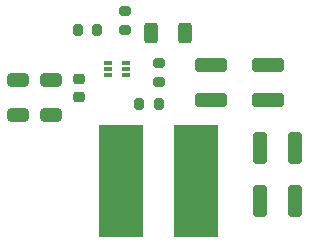
<source format=gbr>
%TF.GenerationSoftware,KiCad,Pcbnew,(6.0.5)*%
%TF.CreationDate,2022-09-22T23:13:11-05:00*%
%TF.ProjectId,powerPCB,706f7765-7250-4434-922e-6b696361645f,rev?*%
%TF.SameCoordinates,Original*%
%TF.FileFunction,Paste,Top*%
%TF.FilePolarity,Positive*%
%FSLAX46Y46*%
G04 Gerber Fmt 4.6, Leading zero omitted, Abs format (unit mm)*
G04 Created by KiCad (PCBNEW (6.0.5)) date 2022-09-22 23:13:11*
%MOMM*%
%LPD*%
G01*
G04 APERTURE LIST*
G04 Aperture macros list*
%AMRoundRect*
0 Rectangle with rounded corners*
0 $1 Rounding radius*
0 $2 $3 $4 $5 $6 $7 $8 $9 X,Y pos of 4 corners*
0 Add a 4 corners polygon primitive as box body*
4,1,4,$2,$3,$4,$5,$6,$7,$8,$9,$2,$3,0*
0 Add four circle primitives for the rounded corners*
1,1,$1+$1,$2,$3*
1,1,$1+$1,$4,$5*
1,1,$1+$1,$6,$7*
1,1,$1+$1,$8,$9*
0 Add four rect primitives between the rounded corners*
20,1,$1+$1,$2,$3,$4,$5,0*
20,1,$1+$1,$4,$5,$6,$7,0*
20,1,$1+$1,$6,$7,$8,$9,0*
20,1,$1+$1,$8,$9,$2,$3,0*%
G04 Aperture macros list end*
%ADD10RoundRect,0.200000X-0.200000X-0.275000X0.200000X-0.275000X0.200000X0.275000X-0.200000X0.275000X0*%
%ADD11RoundRect,0.250000X1.100000X-0.325000X1.100000X0.325000X-1.100000X0.325000X-1.100000X-0.325000X0*%
%ADD12RoundRect,0.200000X-0.275000X0.200000X-0.275000X-0.200000X0.275000X-0.200000X0.275000X0.200000X0*%
%ADD13RoundRect,0.200000X0.275000X-0.200000X0.275000X0.200000X-0.275000X0.200000X-0.275000X-0.200000X0*%
%ADD14RoundRect,0.250000X-0.650000X0.325000X-0.650000X-0.325000X0.650000X-0.325000X0.650000X0.325000X0*%
%ADD15RoundRect,0.225000X-0.250000X0.225000X-0.250000X-0.225000X0.250000X-0.225000X0.250000X0.225000X0*%
%ADD16R,3.750000X9.500000*%
%ADD17R,0.700000X0.340000*%
%ADD18RoundRect,0.250000X-0.325000X-1.100000X0.325000X-1.100000X0.325000X1.100000X-0.325000X1.100000X0*%
%ADD19RoundRect,0.250000X-0.312500X-0.625000X0.312500X-0.625000X0.312500X0.625000X-0.312500X0.625000X0*%
G04 APERTURE END LIST*
D10*
%TO.C,R1*%
X135975000Y-73000000D03*
X137625000Y-73000000D03*
%TD*%
D11*
%TO.C,C5*%
X152030000Y-78915000D03*
X152030000Y-75965000D03*
%TD*%
D12*
%TO.C,R3*%
X140000000Y-71375000D03*
X140000000Y-73025000D03*
%TD*%
D13*
%TO.C,R2*%
X142800000Y-77425000D03*
X142800000Y-75775000D03*
%TD*%
D14*
%TO.C,C2*%
X133700000Y-77225000D03*
X133700000Y-80175000D03*
%TD*%
D11*
%TO.C,C4*%
X147240000Y-78915000D03*
X147240000Y-75965000D03*
%TD*%
D15*
%TO.C,C3*%
X136100000Y-77125000D03*
X136100000Y-78675000D03*
%TD*%
D16*
%TO.C,L1*%
X139620000Y-85800000D03*
X145980000Y-85800000D03*
%TD*%
D14*
%TO.C,C1*%
X130900000Y-77225000D03*
X130900000Y-80175000D03*
%TD*%
D17*
%TO.C,U1*%
X138550000Y-75800000D03*
X138550000Y-76300000D03*
X138550000Y-76800000D03*
X140050000Y-76800000D03*
X140050000Y-76300000D03*
X140050000Y-75800000D03*
%TD*%
D18*
%TO.C,C6*%
X151425000Y-82980000D03*
X154375000Y-82980000D03*
%TD*%
D19*
%TO.C,R5*%
X142137500Y-73300000D03*
X145062500Y-73300000D03*
%TD*%
D18*
%TO.C,C7*%
X151425000Y-87500000D03*
X154375000Y-87500000D03*
%TD*%
D10*
%TO.C,R4*%
X141175000Y-79300000D03*
X142825000Y-79300000D03*
%TD*%
M02*

</source>
